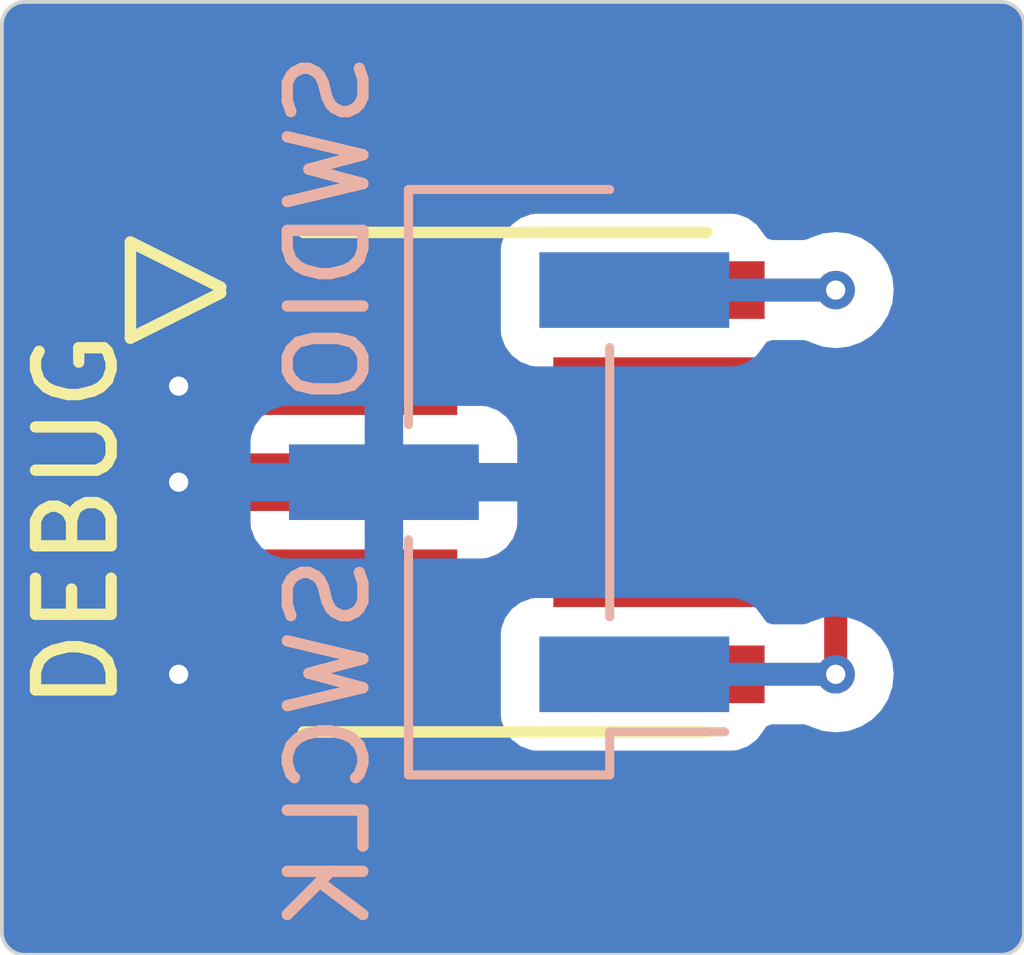
<source format=kicad_pcb>
(kicad_pcb (version 20221018) (generator pcbnew)
  (title_block (title "3-pin RP2040 Debug Port to 10-pin SWD") (date "2023-10-30") (rev "1.0"))
  (layers (0 "F.Cu" signal) (31 "B.Cu" signal) (34 "B.Paste" user) (35 "F.Paste" user) (36 "B.SilkS" user "B.Silkscreen") (37 "F.SilkS" user "F.Silkscreen") (38 "B.Mask" user) (39 "F.Mask" user) (44 "Edge.Cuts" user))
  (net 0 "")
  (net 1 "GND")
  (net 2 "/SWDCLK")
  (net 3 "/SWDIO")
  (footprint "KiCAD_footprints:CON10_2X5_DUK_FTSH_SAI" (layer "F.Cu") (at 169.5196 79.9084 -90)
    (fp_text reference "J2" hide)
    (fp_text value "ARM SWD" hide)
    (fp_line (start -3.302 -2.667) (end -3.302 2.667) (stroke (width 0.1524)) (layer "F.SilkS"))
    (fp_line (start -3.175 4.95554) (end -2.5781 3.76174) (stroke (width 0.1524)) (layer "F.SilkS"))
    (fp_line (start -2.5019 3.76174) (end -1.905 4.95554) (stroke (width 0.1524)) (layer "F.SilkS"))
    (fp_line (start -1.905 4.95554) (end -3.175 4.95554) (stroke (width 0.1524)) (layer "F.SilkS"))
    (fp_line (start 3.302 2.667) (end 3.302 -2.667) (stroke (width 0.1524)) (layer "F.SilkS"))
    (pad "1" smd rect (at -2.54 2.032 270) (size 0.762 2.794) (layers "F.Cu" "F.Paste" "F.Mask"))
    (pad "2" smd rect (at -2.54 -2.032 270) (size 0.762 2.794) (layers "F.Cu" "F.Paste" "F.Mask") (net 3 "/SWDIO"))
    (pad "3" smd rect (at -1.27 2.032 270) (size 0.762 2.794) (layers "F.Cu" "F.Paste" "F.Mask") (net 1 "GND"))
    (pad "4" smd rect (at -1.27 -2.032 270) (size 0.762 2.794) (layers "F.Cu" "F.Paste" "F.Mask") (net 2 "/SWDCLK"))
    (pad "5" smd rect (at 0 2.032 270) (size 0.762 2.794) (layers "F.Cu" "F.Paste" "F.Mask") (net 1 "GND"))
    (pad "6" smd rect (at 0 -2.032 270) (size 0.762 2.794) (layers "F.Cu" "F.Paste" "F.Mask"))
    (pad "7" smd rect (at 1.27 2.032 270) (size 0.762 2.794) (layers "F.Cu" "F.Paste" "F.Mask"))
    (pad "8" smd rect (at 1.27 -2.032 270) (size 0.762 2.794) (layers "F.Cu" "F.Paste" "F.Mask"))
    (pad "9" smd rect (at 2.54 2.032 270) (size 0.762 2.794) (layers "F.Cu" "F.Paste" "F.Mask") (net 1 "GND"))
    (pad "10" smd rect (at 2.54 -2.032 270) (size 0.762 2.794) (layers "F.Cu" "F.Paste" "F.Mask"))
  )
  (footprint "Connector_PinHeader_2.54mm:PinHeader_1x03_P2.54mm_Vertical_SMD_Pin1Right" (layer "B.Cu") (at 169.5704 79.9084)
    (fp_text reference "J1" hide)
    (fp_text value "Debug")
    (fp_line (start -1.33 -3.87) (end 1.33 -3.87) (stroke (width 0.12)) (layer "B.SilkS"))
    (fp_line (start -1.33 -3.3) (end -1.33 -3.87) (stroke (width 0.12)) (layer "B.SilkS"))
    (fp_line (start -1.33 -0.76) (end -1.33 -3.87) (stroke (width 0.12)) (layer "B.SilkS"))
    (fp_line (start -1.33 3.87) (end -1.33 0.76) (stroke (width 0.12)) (layer "B.SilkS"))
    (fp_line (start -1.33 3.87) (end 1.33 3.87) (stroke (width 0.12)) (layer "B.SilkS"))
    (fp_line (start 1.33 1.78) (end 1.33 -1.78) (stroke (width 0.12)) (layer "B.SilkS"))
    (fp_line (start 1.33 3.3) (end 2.85 3.3) (stroke (width 0.12)) (layer "B.SilkS"))
    (fp_line (start 1.33 3.87) (end 1.33 3.3) (stroke (width 0.12)) (layer "B.SilkS"))
    (pad "1" smd rect (at 1.655 2.54) (size 2.51 1) (layers "B.Cu" "B.Paste" "B.Mask") (net 2 "/SWDCLK"))
    (pad "2" smd rect (at -1.655 0) (size 2.51 1) (layers "B.Cu" "B.Paste" "B.Mask") (net 1 "GND"))
    (pad "3" smd rect (at 1.655 -2.54) (size 2.51 1) (layers "B.Cu" "B.Paste" "B.Mask") (net 3 "/SWDIO"))
  )
  (gr_line (start 163.1696 73.5584) (end 176.0728 73.5584) (stroke (width 0.05)) (layer "Edge.Cuts"))
  (gr_arc (start 176.3776 85.852) (mid 176.288326 86.067526) (end 176.0728 86.1568) (stroke (width 0.05)) (layer "Edge.Cuts"))
  (gr_line (start 162.8648 85.852) (end 162.8648 73.8632) (stroke (width 0.05)) (layer "Edge.Cuts"))
  (gr_arc (start 163.1696 86.1568) (mid 162.954074 86.067526) (end 162.8648 85.852) (stroke (width 0.05)) (layer "Edge.Cuts"))
  (gr_line (start 176.0728 86.1568) (end 163.1696 86.1568) (stroke (width 0.05)) (layer "Edge.Cuts"))
  (gr_arc (start 162.8648 73.8632) (mid 162.954074 73.647674) (end 163.1696 73.5584) (stroke (width 0.05)) (layer "Edge.Cuts"))
  (gr_arc (start 176.0728 73.5584) (mid 176.288326 73.647674) (end 176.3776 73.8632) (stroke (width 0.05)) (layer "Edge.Cuts"))
  (gr_line (start 176.3776 73.8632) (end 176.3776 85.852) (stroke (width 0.05)) (layer "Edge.Cuts"))
  (gr_text "SWDIO" (at 167.1828 76.5556 90) (layer "B.SilkS") (effects (font (size 1 1)) (justify mirror)))
  (gr_text "SWCLK" (at 167.1828 83.3628 90) (layer "B.SilkS") (effects (font (size 1 1)) (justify mirror)))
  (gr_text "DEBUG" (at 164.4396 80.4164 90) (layer "F.SilkS") (effects (font (size 1 1)) (justify bottom)))
  (segment (start 167.4876 82.4484) (end 165.2016 82.4484) (width 0.3048) (layer "F.Cu") (net 1))
  (segment (start 167.4876 79.9084) (end 165.2016 79.9084) (width 0.3048) (layer "F.Cu") (net 1))
  (segment (start 167.4876 78.6384) (end 165.2016 78.6384) (width 0.3048) (layer "F.Cu") (net 1))
  (via (at 165.2016 82.4484) (size 0.508) (drill 0.254) (layers "F.Cu" "B.Cu") (net 1))
  (via (at 165.2016 79.9084) (size 0.508) (drill 0.254) (layers "F.Cu" "B.Cu") (net 1))
  (via (at 165.2016 78.6384) (size 0.508) (drill 0.254) (layers "F.Cu" "B.Cu") (net 1))
  (segment (start 173.8884 82.4484) (end 173.8884 78.994) (width 0.3048) (layer "F.Cu") (net 2))
  (segment (start 173.5328 78.6384) (end 171.5516 78.6384) (width 0.3048) (layer "F.Cu") (net 2))
  (segment (start 173.8884 78.994) (end 173.5328 78.6384) (width 0.3048) (layer "F.Cu") (net 2))
  (via (at 173.8884 82.4484) (size 0.508) (drill 0.254) (layers "F.Cu" "B.Cu") (net 2))
  (segment (start 171.2254 82.4484) (end 173.8884 82.4484) (width 0.3048) (layer "B.Cu") (net 2))
  (segment (start 173.8884 77.3684) (end 171.5516 77.3684) (width 0.3048) (layer "F.Cu") (net 3))
  (via (at 173.8884 77.3684) (size 0.508) (drill 0.254) (layers "F.Cu" "B.Cu") (net 3))
  (segment (start 171.2254 77.3684) (end 173.8884 77.3684) (width 0.3048) (layer "B.Cu") (net 3))
  (zone (net 1) (net_name "GND") (layer "B.Cu") (connect_pads (clearance 0.508)) (min_thickness 0.254) (fill yes (thermal_gap 0.508) (thermal_bridge_width 0.508))
    (polygon (pts (xy 176.3776 86.1568) (xy 162.8648 86.1568) (xy 162.8648 73.5584) (xy 176.3776 73.5584)))
  )
)
</source>
